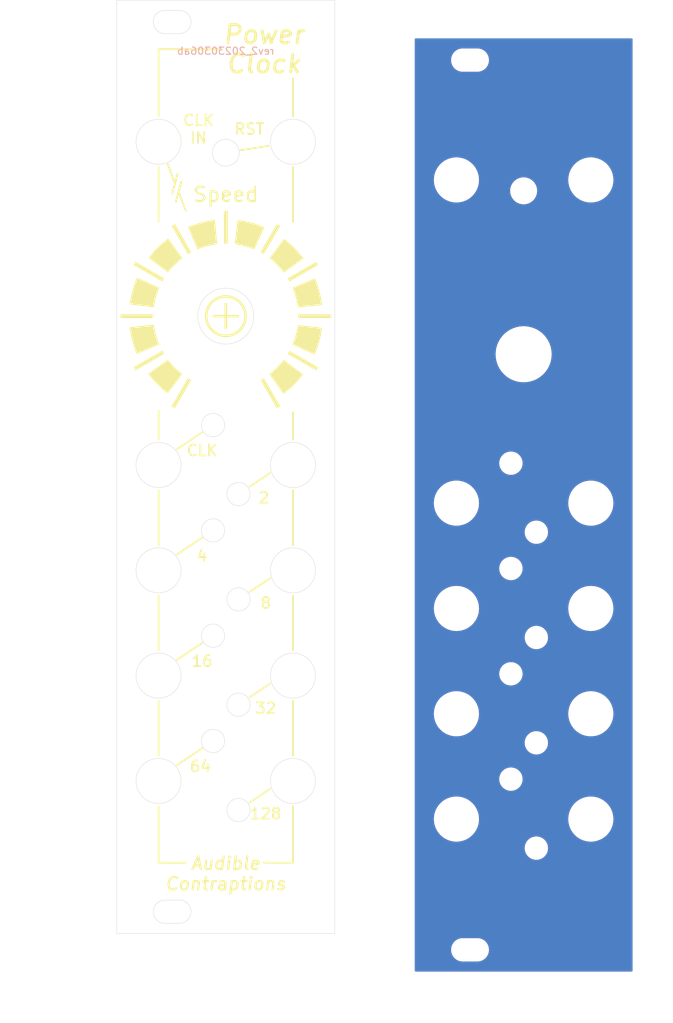
<source format=kicad_pcb>
(kicad_pcb (version 20221018) (generator pcbnew)
  (title_block (title "PowerClock") (date "2023-03-06") (rev "rev2 ab") (company "AudibleContraptions") (comment 1 "Source location: https://github.com/AudibleContraptions/PowerClock") (comment 2 "any later version.") (comment 3 "This source describes Open Hardware and is licensed under the CERN-OHL-S v2 or ") (comment 4 "Copyright Arne Bethmann 2023."))
  (layers (0 "F.Cu" signal) (31 "B.Cu" signal) (34 "B.Paste" user) (35 "F.Paste" user) (36 "B.SilkS" user "B.Silkscreen") (37 "F.SilkS" user "F.Silkscreen") (38 "B.Mask" user) (39 "F.Mask" user) (44 "Edge.Cuts" user))
  (net 0 "")
  (footprint "Library:scala_big" (layer "F.Cu") (at 74 68.25)
    (fp_text reference "G***" hide)
    (fp_text value "LOGO" hide)
    (fp_poly (pts (xy -9.948743 0.27911) (xy -14.49323 0.27911) (xy -14.49323 -0.261315) (xy -9.948743 -0.261315)) (fill solid) (layer "F.SilkS"))
    (fp_poly (pts (xy 0.196518 -0.163056) (xy 1.817795 -0.163056) (xy 1.817795 0.180851) (xy 0.196518 0.180851) (xy 0.196518 1.802128) (xy -0.171954 1.802128) (xy -0.171954 0.180851) (xy -1.79323 0.180851) (xy -1.79323 -0.163056) (xy -0.171954 -0.163056) (xy -0.171954 -1.808897) (xy 0.196518 -1.808897)) (fill solid) (layer "F.SilkS"))
    (fp_poly (pts (xy 14.517795 0.27911) (xy 13.762427 0.27316) (xy 13.594357 0.271932) (xy 13.384633 0.270555) (xy 13.14073 0.269072) (xy 12.870123 0.267522) (xy 12.580286 0.265947) (xy 12.278696 0.264388) (xy 11.972826 0.262886) (xy 11.670152 0.261482) (xy 11.490183 0.26069) (xy 9.973307 0.254171) (xy 9.973307 -0.261315) (xy 14.517795 -0.261315)) (fill solid) (layer "F.SilkS"))
    (fp_poly (pts (xy 0.270212 -9.96441) (xy -0.245648 -9.96441) (xy -0.245648 -11.606267) (xy -0.245906 -11.907749) (xy -0.246649 -12.211553) (xy -0.247832 -12.511316) (xy -0.249409 -12.800673) (xy -0.251335 -13.073261) (xy -0.253565 -13.322714) (xy -0.256052 -13.54267) (xy -0.258752 -13.726764) (xy -0.26162 -13.868632) (xy -0.261869 -13.87851) (xy -0.27809 -14.508897) (xy 0.270212 -14.508897)) (fill solid) (layer "F.SilkS"))
    (fp_poly (pts (xy 12.567889 -7.255356) (xy 12.627562 -7.147158) (xy 12.662566 -7.073343) (xy 12.67547 -7.027404) (xy 12.66884 -7.002836) (xy 12.667911 -7.001931) (xy 12.643731 -6.986774) (xy 12.580839 -6.94935) (xy 12.482887 -6.891769) (xy 12.353526 -6.816141) (xy 12.196409 -6.724577) (xy 12.015186 -6.619188) (xy 11.81351 -6.502083) (xy 11.595032 -6.375374) (xy 11.363404 -6.241171) (xy 11.122277 -6.101585) (xy 10.875304 -5.958726) (xy 10.626136 -5.814705) (xy 10.378424 -5.671631) (xy 10.135821 -5.531617) (xy 9.901977 -5.396771) (xy 9.680546 -5.269205) (xy 9.475177 -5.15103) (xy 9.289524 -5.044355) (xy 9.127238 -4.951291) (xy 8.99197 -4.87395) (xy 8.887372 -4.81444) (xy 8.817095 -4.774874) (xy 8.784793 -4.75736) (xy 8.783103 -4.756673) (xy 8.768497 -4.776621) (xy 8.735221 -4.830554) (xy 8.68863 -4.909601) (xy 8.647725 -4.980818) (xy 8.597075 -5.074788) (xy 8.559989 -5.153226) (xy 8.54072 -5.206475) (xy 8.540557 -5.224108) (xy 8.564355 -5.238934) (xy 8.62769 -5.276537) (xy 8.727536 -5.335157) (xy 8.860865 -5.413036) (xy 9.024651 -5.508415) (xy 9.215867 -5.619534) (xy 9.431485 -5.744636) (xy 9.668479 -5.881961) (xy 9.923823 -6.02975) (xy 10.194488 -6.186244) (xy 10.477448 -6.349684) (xy 10.499687 -6.362523) (xy 12.438542 -7.481794)) (fill solid) (layer "F.SilkS"))
    (fp_poly (pts (xy 5.252332 8.551829) (xy 5.28889 8.613587) (xy 5.345688 8.710509) (xy 5.42062 8.838951) (xy 5.511583 8.995274) (xy 5.616472 9.175836) (xy 5.733183 9.376996) (xy 5.85961 9.595113) (xy 5.993649 9.826547) (xy 6.133197 10.067656) (xy 6.276147 10.314798) (xy 6.420396 10.564334) (xy 6.563839 10.812622) (xy 6.704372 11.056022) (xy 6.839889 11.290891) (xy 6.968287 11.513589) (xy 7.08746 11.720475) (xy 7.195305 11.907908) (xy 7.289717 12.072247) (xy 7.36859 12.209851) (xy 7.429821 12.317079) (xy 7.471305 12.39029) (xy 7.490938 12.425842) (xy 7.492263 12.428689) (xy 7.472517 12.443094) (xy 7.420541 12.474859) (xy 7.347225 12.517797) (xy 7.26346 12.565726) (xy 7.180137 12.61246) (xy 7.108146 12.651815) (xy 7.058377 12.677607) (xy 7.042075 12.684333) (xy 7.022435 12.665012) (xy 6.988454 12.615757) (xy 6.966658 12.579932) (xy 6.945368 12.543213) (xy 6.901429 12.467222) (xy 6.836738 12.355246) (xy 6.753191 12.21057) (xy 6.652686 12.036482) (xy 6.53712 11.836267) (xy 6.40839 11.613212) (xy 6.268391 11.370603) (xy 6.119023 11.111728) (xy 5.962181 10.839871) (xy 5.836772 10.622478) (xy 4.76783 8.769424) (xy 4.993378 8.639552) (xy 5.087531 8.588011) (xy 5.166229 8.549928) (xy 5.219887 8.529637) (xy 5.238119 8.528873)) (fill solid) (layer "F.SilkS"))
    (fp_poly (pts (xy 12.382422 -4.967909) (xy 12.507201 -4.646811) (xy 12.631657 -4.28723) (xy 12.752678 -3.899733) (xy 12.867151 -3.494887) (xy 12.971962 -3.083259) (xy 13.063998 -2.675416) (xy 13.078782 -2.604128) (xy 13.103744 -2.477509) (xy 13.130422 -2.334411) (xy 13.157533 -2.182627) (xy 13.183795 -2.029954) (xy 13.207927 -1.884185) (xy 13.228646 -1.753115) (xy 13.24467 -1.644541) (xy 13.254717 -1.566255) (xy 13.257504 -1.526054) (xy 13.256687 -1.522537) (xy 13.232376 -1.519582) (xy 13.164019 -1.512342) (xy 13.056469 -1.501294) (xy 12.91458 -1.486918) (xy 12.743203 -1.469692) (xy 12.547192 -1.450095) (xy 12.331399 -1.428605) (xy 12.100677 -1.405702) (xy 11.859878 -1.381862) (xy 11.613856 -1.357566) (xy 11.367463 -1.333292) (xy 11.125551 -1.309518) (xy 10.892974 -1.286724) (xy 10.674584 -1.265387) (xy 10.475234 -1.245987) (xy 10.299776 -1.229001) (xy 10.153064 -1.21491) (xy 10.039949 -1.20419) (xy 9.965285 -1.197321) (xy 9.933925 -1.194782) (xy 9.933612 -1.194778) (xy 9.919886 -1.217467) (xy 9.903485 -1.278571) (xy 9.886864 -1.367643) (xy 9.877275 -1.434284) (xy 9.823495 -1.775176) (xy 9.74722 -2.145829) (xy 9.651709 -2.534167) (xy 9.540224 -2.928114) (xy 9.416025 -3.315593) (xy 9.282371 -3.684528) (xy 9.242293 -3.786364) (xy 9.193002 -3.909188) (xy 12.27939 -5.215992)) (fill solid) (layer "F.SilkS"))
    (fp_poly (pts (xy -5.185752 8.532839) (xy -5.129557 8.557747) (xy -5.053392 8.596332) (xy -4.96818 8.642537) (xy -4.884847 8.690309) (xy -4.814316 8.733594) (xy -4.767512 8.766337) (xy -4.754503 8.780677) (xy -4.76631 8.803093) (xy -4.800647 8.864452) (xy -4.855452 8.961169) (xy -4.928659 9.089656) (xy -5.018205 9.246328) (xy -5.122026 9.427598) (xy -5.238058 9.629879) (xy -5.364236 9.849586) (xy -5.498496 10.083132) (xy -5.638775 10.326931) (xy -5.783007 10.577396) (xy -5.92913 10.83094) (xy -6.075079 11.083979) (xy -6.218789 11.332924) (xy -6.358197 11.57419) (xy -6.491238 11.804191) (xy -6.615849 12.01934) (xy -6.729966 12.21605) (xy -6.831523 12.390736) (xy -6.890325 12.491633) (xy -7.01439 12.704253) (xy -7.241335 12.570397) (xy -7.341367 12.510562) (xy -7.405183 12.468872) (xy -7.43927 12.439181) (xy -7.450115 12.415341) (xy -7.444205 12.391205) (xy -7.439796 12.382342) (xy -7.420464 12.347637) (xy -7.379207 12.275128) (xy -7.31815 12.168489) (xy -7.239416 12.031396) (xy -7.145132 11.867524) (xy -7.037421 11.680546) (xy -6.918409 11.474138) (xy -6.79022 11.251974) (xy -6.654979 11.01773) (xy -6.514811 10.77508) (xy -6.37184 10.527699) (xy -6.228191 10.279262) (xy -6.085989 10.033443) (xy -5.947359 9.793918) (xy -5.814425 9.564361) (xy -5.689313 9.348447) (xy -5.574146 9.149851) (xy -5.47105 8.972248) (xy -5.382149 8.819311) (xy -5.309568 8.694718) (xy -5.255433 8.602141) (xy -5.221866 8.545255) (xy -5.211051 8.52766)) (fill solid) (layer "F.SilkS"))
    (fp_poly (pts (xy -8.627144 4.97406) (xy -8.574436 5.067731) (xy -8.532474 5.145261) (xy -8.506361 5.197036) (xy -8.500242 5.213102) (xy -8.52102 5.226806) (xy -8.580745 5.262911) (xy -8.675782 5.319311) (xy -8.802494 5.393902) (xy -8.957248 5.48458) (xy -9.136407 5.589238) (xy -9.336336 5.705773) (xy -9.553401 5.832079) (xy -9.783965 5.966051) (xy -10.024395 6.105586) (xy -10.271054 6.248577) (xy -10.520308 6.39292) (xy -10.76852 6.53651) (xy -11.012057 6.677243) (xy -11.247282 6.813013) (xy -11.470562 6.941715) (xy -11.678259 7.061245) (xy -11.86674 7.169499) (xy -12.032368 7.26437) (xy -12.171509 7.343754) (xy -12.280528 7.405546) (xy -12.355789 7.447642) (xy -12.393657 7.467937) (xy -12.397016 7.469411) (xy -12.41694 7.452202) (xy -12.454832 7.400607) (xy -12.504781 7.323176) (xy -12.547672 7.251446) (xy -12.599325 7.157877) (xy -12.637411 7.080022) (xy -12.657592 7.027357) (xy -12.658213 7.009942) (xy -12.634454 6.995382) (xy -12.571219 6.958094) (xy -12.471603 6.899875) (xy -12.338705 6.82252) (xy -12.175619 6.727824) (xy -11.985442 6.617581) (xy -11.77127 6.493587) (xy -11.5362 6.357637) (xy -11.283328 6.211526) (xy -11.01575 6.057049) (xy -10.783946 5.923325) (xy -10.504642 5.76224) (xy -10.23612 5.607347) (xy -9.981626 5.460521) (xy -9.744406 5.323636) (xy -9.527706 5.198565) (xy -9.334773 5.087183) (xy -9.168854 4.991363) (xy -9.033193 4.91298) (xy -8.931038 4.853908) (xy -8.865634 4.816021) (xy -8.842086 4.802302) (xy -8.754868 4.750833)) (fill solid) (layer "F.SilkS"))
    (fp_poly (pts (xy -1.509205 -13.249563) (xy -1.506052 -13.224775) (xy -1.498593 -13.155203) (xy -1.487237 -13.044966) (xy -1.472397 -12.898183) (xy -1.454483 -12.718972) (xy -1.433907 -12.511452) (xy -1.411079 -12.279741) (xy -1.386412 -12.027959) (xy -1.360316 -11.760224) (xy -1.352905 -11.683946) (xy -1.326144 -11.408789) (xy -1.300456 -11.145555) (xy -1.276286 -10.89875) (xy -1.25408 -10.672882) (xy -1.234282 -10.472457) (xy -1.217339 -10.301983) (xy -1.203696 -10.165966) (xy -1.193798 -10.068915) (xy -1.188091 -10.015335) (xy -1.18748 -10.010136) (xy -1.173507 -9.89619) (xy -1.329839 -9.878881) (xy -1.638741 -9.835324) (xy -1.97875 -9.770789) (xy -2.338128 -9.68835) (xy -2.705142 -9.591077) (xy -3.068054 -9.482044) (xy -3.415131 -9.364321) (xy -3.677246 -9.264442) (xy -3.769755 -9.227226) (xy -3.842376 -9.198173) (xy -3.885066 -9.181294) (xy -3.892153 -9.178653) (xy -3.901689 -9.200724) (xy -3.928793 -9.264386) (xy -3.971912 -9.365971) (xy -4.029493 -9.501813) (xy -4.099984 -9.668246) (xy -4.181832 -9.861604) (xy -4.273485 -10.07822) (xy -4.37339 -10.314427) (xy -4.479995 -10.56656) (xy -4.546864 -10.724755) (xy -5.200208 -12.270541) (xy -4.964466 -12.367589) (xy -4.48222 -12.551725) (xy -3.962588 -12.723296) (xy -3.416419 -12.879081) (xy -2.85456 -13.015857) (xy -2.597289 -13.070796) (xy -2.487401 -13.092306) (xy -2.356514 -13.11647) (xy -2.212603 -13.14198) (xy -2.063646 -13.167523) (xy -1.917619 -13.19179) (xy -1.782501 -13.21347) (xy -1.666267 -13.231253) (xy -1.576894 -13.243827) (xy -1.52236 -13.249882)) (fill solid) (layer "F.SilkS"))
    (fp_poly (pts (xy -6.977387 -12.665231) (xy -6.941542 -12.603687) (xy -6.885516 -12.506924) (xy -6.811396 -12.37858) (xy -6.721272 -12.222288) (xy -6.617231 -12.041685) (xy -6.501362 -11.840406) (xy -6.375753 -11.622087) (xy -6.242493 -11.390363) (xy -6.10367 -11.148871) (xy -5.961372 -10.901246) (xy -5.817688 -10.651123) (xy -5.674706 -10.402138) (xy -5.534515 -10.157926) (xy -5.399202 -9.922124) (xy -5.270856 -9.698367) (xy -5.151565 -9.49029) (xy -5.043419 -9.301529) (xy -4.948504 -9.13572) (xy -4.86891 -8.996498) (xy -4.806725 -8.8875) (xy -4.764038 -8.81236) (xy -4.742935 -8.774714) (xy -4.741006 -8.770969) (xy -4.760733 -8.755223) (xy -4.812604 -8.722236) (xy -4.885656 -8.678336) (xy -4.968926 -8.629851) (xy -5.051448 -8.583107) (xy -5.122261 -8.544432) (xy -5.170401 -8.520153) (xy -5.184398 -8.515087) (xy -5.20587 -8.534867) (xy -5.243733 -8.587293) (xy -5.290649 -8.661995) (xy -5.301752 -8.680899) (xy -5.329012 -8.728092) (xy -5.378679 -8.81429) (xy -5.448686 -8.935897) (xy -5.536966 -9.08932) (xy -5.64145 -9.270964) (xy -5.760072 -9.477233) (xy -5.890764 -9.704533) (xy -6.031458 -9.94927) (xy -6.180088 -10.207848) (xy -6.334586 -10.476673) (xy -6.38606 -10.566248) (xy -6.540498 -10.834944) (xy -6.688643 -11.092583) (xy -6.82856 -11.335804) (xy -6.958312 -11.561248) (xy -7.075963 -11.765555) (xy -7.179579 -11.945364) (xy -7.267224 -12.097316) (xy -7.336961 -12.218051) (xy -7.386854 -12.304209) (xy -7.414969 -12.352429) (xy -7.419604 -12.360212) (xy -7.465022 -12.434641) (xy -7.23186 -12.565831) (xy -7.13699 -12.618057) (xy -7.059226 -12.658685) (xy -7.007569 -12.683154) (xy -6.990962 -12.687921)) (fill solid) (layer "F.SilkS"))
    (fp_poly (pts (xy 8.842667 4.801196) (xy 8.907758 4.837673) (xy 9.007936 4.894419) (xy 9.139501 4.969305) (xy 9.298754 5.060206) (xy 9.481995 5.164994) (xy 9.685525 5.281542) (xy 9.905643 5.407722) (xy 10.138651 5.541408) (xy 10.380849 5.680473) (xy 10.628537 5.822789) (xy 10.878015 5.96623) (xy 11.125585 6.108667) (xy 11.367546 6.247975) (xy 11.600199 6.382026) (xy 11.819844 6.508692) (xy 12.022783 6.625847) (xy 12.205314 6.731364) (xy 12.363739 6.823116) (xy 12.494358 6.898974) (xy 12.593471 6.956813) (xy 12.65738 6.994505) (xy 12.682383 7.009923) (xy 12.682415 7.00995) (xy 12.677831 7.035207) (xy 12.653773 7.091657) (xy 12.616119 7.168412) (xy 12.57075 7.254582) (xy 12.523544 7.339279) (xy 12.480381 7.411614) (xy 12.447141 7.460698) (xy 12.430762 7.476012) (xy 12.408016 7.463918) (xy 12.345765 7.428969) (xy 12.247036 7.372901) (xy 12.114858 7.297452) (xy 11.952256 7.204358) (xy 11.762258 7.095356) (xy 11.547891 6.972182) (xy 11.312183 6.836573) (xy 11.05816 6.690267) (xy 10.788851 6.534999) (xy 10.507281 6.372506) (xy 10.50145 6.36914) (xy 10.219046 6.206084) (xy 9.948444 6.04984) (xy 9.692717 5.902181) (xy 9.454938 5.764882) (xy 9.23818 5.639718) (xy 9.045516 5.528463) (xy 8.88002 5.432892) (xy 8.744763 5.354779) (xy 8.64282 5.295899) (xy 8.577263 5.258026) (xy 8.551165 5.242935) (xy 8.551139 5.242921) (xy 8.545604 5.213801) (xy 8.563334 5.155771) (xy 8.598232 5.07931) (xy 8.6442 4.994897) (xy 8.695142 4.913011) (xy 8.744959 4.844131) (xy 8.787554 4.798737) (xy 8.816362 4.787115)) (fill solid) (layer "F.SilkS"))
    (fp_poly (pts (xy -12.37091 -7.461128) (xy -12.301872 -7.422874) (xy -12.198447 -7.364498) (xy -12.064266 -7.288107) (xy -11.902962 -7.195806) (xy -11.718164 -7.089702) (xy -11.513505 -6.971901) (xy -11.292615 -6.844509) (xy -11.059126 -6.709632) (xy -10.81667 -6.569376) (xy -10.568876 -6.425848) (xy -10.319378 -6.281153) (xy -10.071805 -6.137398) (xy -9.82979 -5.99669) (xy -9.596963 -5.861133) (xy -9.376956 -5.732835) (xy -9.1734 -5.613902) (xy -8.989927 -5.506439) (xy -8.830167 -5.412553) (xy -8.697752 -5.334351) (xy -8.596313 -5.273937) (xy -8.529481 -5.233419) (xy -8.500888 -5.214903) (xy -8.500077 -5.214037) (xy -8.510841 -5.187652) (xy -8.539589 -5.130893) (xy -8.580314 -5.054588) (xy -8.627009 -4.969568) (xy -8.673668 -4.886661) (xy -8.714285 -4.816696) (xy -8.742851 -4.770503) (xy -8.753055 -4.757954) (xy -8.774476 -4.770129) (xy -8.83544 -4.805112) (xy -8.932933 -4.861167) (xy -9.063939 -4.936556) (xy -9.225442 -5.029543) (xy -9.414428 -5.138392) (xy -9.627881 -5.261365) (xy -9.862785 -5.396726) (xy -10.116126 -5.542739) (xy -10.384888 -5.697665) (xy -10.666056 -5.85977) (xy -10.668321 -5.861076) (xy -10.950801 -6.024009) (xy -11.221732 -6.180394) (xy -11.478006 -6.32843) (xy -11.716513 -6.466317) (xy -11.934143 -6.592252) (xy -12.127788 -6.704435) (xy -12.294339 -6.801064) (xy -12.430685 -6.880339) (xy -12.533718 -6.940457) (xy -12.600328 -6.979618) (xy -12.627259 -6.995917) (xy -12.64734 -7.012615) (xy -12.654777 -7.033385) (xy -12.646877 -7.066883) (xy -12.620948 -7.121765) (xy -12.5743 -7.206689) (xy -12.546366 -7.25607) (xy -12.492351 -7.348343) (xy -12.446393 -7.421393) (xy -12.414087 -7.466657) (xy -12.401931 -7.477153)) (fill solid) (layer "F.SilkS"))
    (fp_poly (pts (xy 7.055005 -12.67388) (xy 7.113015 -12.65081) (xy 7.189917 -12.612606) (xy 7.275002 -12.565444) (xy 7.357561 -12.515501) (xy 7.426883 -12.468951) (xy 7.472259 -12.431972) (xy 7.483781 -12.412002) (xy 7.466613 -12.379017) (xy 7.427218 -12.308204) (xy 7.367716 -12.2032) (xy 7.290227 -12.067644) (xy 7.196869 -11.905174) (xy 7.089764 -11.719427) (xy 6.97103 -11.514041) (xy 6.842787 -11.292655) (xy 6.707156 -11.058906) (xy 6.566255 -10.816433) (xy 6.422205 -10.568872) (xy 6.277125 -10.319863) (xy 6.133135 -10.073043) (xy 5.992354 -9.832051) (xy 5.856903 -9.600523) (xy 5.7289 -9.382098) (xy 5.610467 -9.180414) (xy 5.503721 -8.99911) (xy 5.410784 -8.841822) (xy 5.333775 -8.712189) (xy 5.274813 -8.613849) (xy 5.236018 -8.55044) (xy 5.21951 -8.525599) (xy 5.219192 -8.52538) (xy 5.189159 -8.534742) (xy 5.127271 -8.564408) (xy 5.043715 -8.609263) (xy 4.981922 -8.644541) (xy 4.885229 -8.702055) (xy 4.824863 -8.742044) (xy 4.794172 -8.770783) (xy 4.786501 -8.794544) (xy 4.795197 -8.819599) (xy 4.795545 -8.820255) (xy 4.816624 -8.858047) (xy 4.859494 -8.933371) (xy 4.922028 -9.042549) (xy 5.0021 -9.181908) (xy 5.097582 -9.347771) (xy 5.206347 -9.536462) (xy 5.326268 -9.744306) (xy 5.455217 -9.967627) (xy 5.591069 -10.202749) (xy 5.731695 -10.445997) (xy 5.874969 -10.693694) (xy 6.018764 -10.942166) (xy 6.160952 -11.187736) (xy 6.299406 -11.426729) (xy 6.432 -11.655469) (xy 6.556606 -11.870281) (xy 6.671098 -12.067488) (xy 6.773347 -12.243414) (xy 6.861228 -12.394385) (xy 6.932612 -12.516725) (xy 6.985373 -12.606757) (xy 7.017385 -12.660806) (xy 7.026598 -12.675641)) (fill solid) (layer "F.SilkS"))
    (fp_poly (pts (xy -9.892248 1.207285) (xy -9.878926 1.244036) (xy -9.866352 1.312999) (xy -9.852512 1.413504) (xy -9.792833 1.786965) (xy -9.709162 2.188245) (xy -9.604967 2.604426) (xy -9.483719 3.022589) (xy -9.348886 3.429815) (xy -9.216293 3.782531) (xy -9.165912 3.908292) (xy -9.231844 3.938393) (xy -9.262578 3.951707) (xy -9.333873 3.982205) (xy -9.441055 4.027903) (xy -9.579449 4.086818) (xy -9.744382 4.156965) (xy -9.931177 4.236361) (xy -10.135162 4.323021) (xy -10.35166 4.414963) (xy -10.575998 4.510202) (xy -10.8035 4.606754) (xy -11.029493 4.702636) (xy -11.249302 4.795864) (xy -11.458251 4.884454) (xy -11.651668 4.966422) (xy -11.824876 5.039784) (xy -11.973201 5.102556) (xy -12.091969 5.152756) (xy -12.176506 5.188398) (xy -12.222136 5.207499) (xy -12.227128 5.209543) (xy -12.255062 5.215036) (xy -12.257834 5.212094) (xy -12.266583 5.186764) (xy -12.290264 5.125794) (xy -12.325032 5.038941) (xy -12.358123 4.957677) (xy -12.487264 4.622083) (xy -12.615415 4.249864) (xy -12.738812 3.853448) (xy -12.853689 3.445261) (xy -12.956282 3.037729) (xy -13.005576 2.820807) (xy -13.040117 2.656434) (xy -13.075114 2.479306) (xy -13.109148 2.297698) (xy -13.140802 2.119885) (xy -13.168656 1.954141) (xy -13.191293 1.808743) (xy -13.207293 1.691966) (xy -13.215237 1.612085) (xy -13.215852 1.594178) (xy -13.215844 1.519632) (xy -11.600717 1.363517) (xy -11.322879 1.336566) (xy -11.058617 1.310747) (xy -10.81213 1.286483) (xy -10.587622 1.264194) (xy -10.389292 1.244305) (xy -10.221343 1.227237) (xy -10.087976 1.213413) (xy -9.993393 1.203254) (xy -9.941794 1.197184) (xy -9.934044 1.195977) (xy -9.909545 1.194135)) (fill solid) (layer "F.SilkS"))
    (fp_poly (pts (xy -7.915025 -10.682039) (xy -7.873165 -10.626736) (xy -7.808437 -10.539414) (xy -7.723703 -10.424037) (xy -7.621824 -10.284572) (xy -7.505663 -10.124986) (xy -7.378081 -9.949244) (xy -7.24194 -9.761313) (xy -7.100101 -9.565159) (xy -6.955428 -9.364749) (xy -6.81078 -9.164048) (xy -6.669021 -8.967023) (xy -6.533012 -8.77764) (xy -6.405614 -8.599866) (xy -6.28969 -8.437667) (xy -6.188101 -8.295008) (xy -6.103709 -8.175857) (xy -6.039376 -8.084179) (xy -5.997964 -8.023942) (xy -5.985254 -8.004449) (xy -5.985111 -7.965923) (xy -6.022101 -7.930028) (xy -6.206867 -7.791441) (xy -6.41365 -7.620139) (xy -6.635414 -7.423025) (xy -6.865122 -7.207002) (xy -7.095736 -6.978973) (xy -7.320218 -6.74584) (xy -7.531532 -6.514505) (xy -7.72264 -6.291872) (xy -7.836098 -6.150725) (xy -7.891676 -6.081958) (xy -7.936184 -6.031702) (xy -7.960889 -6.009746) (xy -7.962087 -6.009478) (xy -7.985185 -6.02373) (xy -8.042019 -6.06388) (xy -8.127271 -6.12602) (xy -8.235624 -6.206242) (xy -8.361757 -6.300636) (xy -8.490554 -6.397864) (xy -8.630376 -6.503772) (xy -8.801119 -6.632994) (xy -8.994485 -6.779258) (xy -9.202174 -6.936288) (xy -9.415888 -7.09781) (xy -9.627329 -7.257549) (xy -9.819242 -7.40247) (xy -10.635485 -8.018689) (xy -10.48676 -8.211617) (xy -10.245882 -8.510354) (xy -9.972571 -8.825163) (xy -9.676119 -9.146183) (xy -9.365821 -9.463553) (xy -9.050971 -9.767413) (xy -8.830594 -9.968802) (xy -8.717269 -10.068366) (xy -8.593693 -10.174489) (xy -8.465711 -10.282411) (xy -8.339168 -10.387371) (xy -8.219909 -10.484608) (xy -8.113778 -10.569363) (xy -8.026621 -10.636875) (xy -7.964282 -10.682384) (xy -7.932606 -10.701129) (xy -7.931156 -10.701354)) (fill solid) (layer "F.SilkS"))
    (fp_poly (pts (xy 8.065456 6.058294) (xy 8.228299 6.18045) (xy 8.408241 6.315688) (xy 8.601523 6.461163) (xy 8.804388 6.614032) (xy 9.013076 6.771451) (xy 9.22383 6.930575) (xy 9.43289 7.088561) (xy 9.636499 7.242565) (xy 9.830897 7.389741) (xy 10.012327 7.527247) (xy 10.177029 7.652238) (xy 10.321246 7.76187) (xy 10.441219 7.853299) (xy 10.533189 7.92368) (xy 10.593399 7.97017) (xy 10.618038 7.989877) (xy 10.632974 8.007826) (xy 10.636415 8.029261) (xy 10.624651 8.060787) (xy 10.593972 8.109011) (xy 10.540666 8.180537) (xy 10.461023 8.28197) (xy 10.436872 8.312386) (xy 10.040463 8.784436) (xy 9.604123 9.254841) (xy 9.136551 9.714954) (xy 8.646445 10.156129) (xy 8.258875 10.47773) (xy 8.155734 10.559865) (xy 8.067089 10.629834) (xy 7.999541 10.682476) (xy 7.959692 10.71263) (xy 7.951815 10.717778) (xy 7.937054 10.698089) (xy 7.896126 10.641696) (xy 7.831395 10.551894) (xy 7.745222 10.431977) (xy 7.639969 10.285239) (xy 7.517999 10.114976) (xy 7.381674 9.92448) (xy 7.233356 9.717048) (xy 7.075408 9.495972) (xy 7.000967 9.391722) (xy 6.838485 9.164107) (xy 6.683907 8.947504) (xy 6.539684 8.745353) (xy 6.408268 8.561092) (xy 6.292111 8.398163) (xy 6.193665 8.260003) (xy 6.115381 8.150053) (xy 6.059711 8.071751) (xy 6.029108 8.028538) (xy 6.024306 8.021661) (xy 6.014805 7.999926) (xy 6.020655 7.975786) (xy 6.047315 7.943219) (xy 6.100248 7.896202) (xy 6.184912 7.828712) (xy 6.233107 7.791378) (xy 6.522636 7.554312) (xy 6.824038 7.281999) (xy 7.128145 6.98359) (xy 7.42579 6.668235) (xy 7.707805 6.345083) (xy 7.823579 6.204024) (xy 7.987682 6.000022)) (fill solid) (layer "F.SilkS"))
    (fp_poly (pts (xy -12.183278 -5.287215) (xy -12.1175 -5.25892) (xy -12.016028 -5.214252) (xy -11.883353 -5.155247) (xy -11.723963 -5.083941) (xy -11.542348 -5.002371) (xy -11.342999 -4.912573) (xy -11.130404 -4.816584) (xy -10.909052 -4.716441) (xy -10.683435 -4.61418) (xy -10.45804 -4.511837) (xy -10.237358 -4.41145) (xy -10.025879 -4.315054) (xy -9.828091 -4.224687) (xy -9.648485 -4.142384) (xy -9.491549 -4.070183) (xy -9.361775 -4.010119) (xy -9.26365 -3.96423) (xy -9.201665 -3.934552) (xy -9.180464 -3.923362) (xy -9.181975 -3.895187) (xy -9.199484 -3.83057) (xy -9.230181 -3.738456) (xy -9.271254 -3.627788) (xy -9.282023 -3.60027) (xy -9.478329 -3.049939) (xy -9.644162 -2.472448) (xy -9.77566 -1.881934) (xy -9.820128 -1.630952) (xy -9.887331 -1.219641) (xy -9.98559 -1.222386) (xy -10.026788 -1.225877) (xy -10.112297 -1.235015) (xy -10.23769 -1.24927) (xy -10.39854 -1.268113) (xy -10.590417 -1.291015) (xy -10.808895 -1.317446) (xy -11.049545 -1.346877) (xy -11.30794 -1.378778) (xy -11.579651 -1.41262) (xy -11.64353 -1.420619) (xy -11.914583 -1.454689) (xy -12.170914 -1.487099) (xy -12.408418 -1.517315) (xy -12.622989 -1.544808) (xy -12.810521 -1.569045) (xy -12.966908 -1.589495) (xy -13.088046 -1.605627) (xy -13.169827 -1.616909) (xy -13.208148 -1.62281) (xy -13.210543 -1.623438) (xy -13.2098 -1.649005) (xy -13.202808 -1.714387) (xy -13.190638 -1.810816) (xy -13.174358 -1.929525) (xy -13.166555 -1.983906) (xy -13.082032 -2.479466) (xy -12.969541 -3.000932) (xy -12.832062 -3.536053) (xy -12.672579 -4.072582) (xy -12.614509 -4.251229) (xy -12.555178 -4.426063) (xy -12.493756 -4.600437) (xy -12.432635 -4.768189) (xy -12.374205 -4.923158) (xy -12.320855 -5.059179) (xy -12.274975 -5.170093) (xy -12.238956 -5.249735) (xy -12.215188 -5.291944) (xy -12.208873 -5.297099)) (fill solid) (layer "F.SilkS"))
    (fp_poly (pts (xy -7.949447 6.023746) (xy -7.900782 6.071576) (xy -7.835606 6.144509) (xy -7.760482 6.235505) (xy -7.746055 6.253708) (xy -7.509049 6.539181) (xy -7.242661 6.832973) (xy -6.958149 7.12383) (xy -6.666773 7.400499) (xy -6.379792 7.651726) (xy -6.210046 7.788966) (xy -6.124266 7.85867) (xy -6.055843 7.919618) (xy -6.012538 7.964541) (xy -6.001245 7.984537) (xy -6.016459 8.008777) (xy -6.0583 8.067919) (xy -6.12382 8.158053) (xy -6.210073 8.275269) (xy -6.314113 8.415659) (xy -6.432994 8.575314) (xy -6.563769 8.750324) (xy -6.703491 8.936779) (xy -6.849216 9.130771) (xy -6.997995 9.32839) (xy -7.146883 9.525727) (xy -7.292934 9.718872) (xy -7.433201 9.903916) (xy -7.564737 10.076951) (xy -7.684597 10.234066) (xy -7.789834 10.371353) (xy -7.877502 10.484901) (xy -7.944655 10.570803) (xy -7.988345 10.625147) (xy -8.005627 10.644027) (xy -8.005637 10.644026) (xy -8.030791 10.629321) (xy -8.083948 10.591703) (xy -8.154551 10.538701) (xy -8.169284 10.527343) (xy -8.683271 10.104941) (xy -9.191739 9.638584) (xy -9.689501 9.133447) (xy -10.171368 8.594705) (xy -10.472691 8.230088) (xy -10.549812 8.132597) (xy -10.614373 8.048703) (xy -10.660805 7.985816) (xy -10.683541 7.951347) (xy -10.684908 7.947593) (xy -10.665379 7.930762) (xy -10.609741 7.888388) (xy -10.521977 7.823321) (xy -10.406072 7.738413) (xy -10.266007 7.636515) (xy -10.105768 7.520478) (xy -9.929338 7.393153) (xy -9.740701 7.257391) (xy -9.543839 7.116044) (xy -9.342738 6.971963) (xy -9.141379 6.827999) (xy -8.943748 6.687003) (xy -8.753827 6.551826) (xy -8.575601 6.42532) (xy -8.413053 6.310336) (xy -8.270166 6.209725) (xy -8.150924 6.126338) (xy -8.059311 6.063027) (xy -7.999311 6.022642) (xy -7.975038 6.00806)) (fill solid) (layer "F.SilkS"))
    (fp_poly (pts (xy 8.044318 -10.638509) (xy 8.096355 -10.602132) (xy 8.172336 -10.54524) (xy 8.265326 -10.473259) (xy 8.368392 -10.391615) (xy 8.4746 -10.305734) (xy 8.577014 -10.221044) (xy 8.659091 -10.151295) (xy 9.21258 -9.645067) (xy 9.752628 -9.095093) (xy 10.274908 -8.505903) (xy 10.546481 -8.174966) (xy 10.613586 -8.089227) (xy 10.667383 -8.017193) (xy 10.701468 -7.967646) (xy 10.710251 -7.950323) (xy 10.690952 -7.934152) (xy 10.635698 -7.892211) (xy 10.548455 -7.827371) (xy 10.43319 -7.7425) (xy 10.293867 -7.640465) (xy 10.134453 -7.524136) (xy 9.958913 -7.396381) (xy 9.771214 -7.260069) (xy 9.575321 -7.118068) (xy 9.375201 -6.973246) (xy 9.174818 -6.828472) (xy 8.978138 -6.686614) (xy 8.789129 -6.550542) (xy 8.611754 -6.423123) (xy 8.449981 -6.307226) (xy 8.307775 -6.205719) (xy 8.189102 -6.121471) (xy 8.097928 -6.057351) (xy 8.038218 -6.016226) (xy 8.01862 -6.003464) (xy 7.989645 -6.014546) (xy 7.934688 -6.06676) (xy 7.854087 -6.159754) (xy 7.772833 -6.261395) (xy 7.677341 -6.376793) (xy 7.551875 -6.517921) (xy 7.403249 -6.677949) (xy 7.238282 -6.850045) (xy 7.063788 -7.02738) (xy 6.886584 -7.203124) (xy 6.713486 -7.370445) (xy 6.55131 -7.522514) (xy 6.406873 -7.6525) (xy 6.286989 -7.753573) (xy 6.271492 -7.765861) (xy 6.178527 -7.841237) (xy 6.102555 -7.9075) (xy 6.050587 -7.958182) (xy 6.029631 -7.986816) (xy 6.029653 -7.989016) (xy 6.044861 -8.010849) (xy 6.086675 -8.068011) (xy 6.152152 -8.156578) (xy 6.238353 -8.272627) (xy 6.342337 -8.412233) (xy 6.461162 -8.571474) (xy 6.59189 -8.746425) (xy 6.731577 -8.933163) (xy 6.877285 -9.127763) (xy 7.026072 -9.326303) (xy 7.174998 -9.524858) (xy 7.321122 -9.719504) (xy 7.461503 -9.906318) (xy 7.593201 -10.081377) (xy 7.713274 -10.240756) (xy 7.818783 -10.380531) (xy 7.906787 -10.49678) (xy 7.974344 -10.585577) (xy 8.018514 -10.643) (xy 8.023159 -10.648943)) (fill solid) (layer "F.SilkS"))
    (fp_poly (pts (xy 1.729832 -13.224004) (xy 1.827521 -13.2123) (xy 1.948092 -13.19608) (xy 2.020884 -13.185617) (xy 2.482742 -13.106457) (xy 2.97177 -13.001488) (xy 3.475405 -12.873797) (xy 3.981085 -12.726475) (xy 4.279025 -12.630353) (xy 4.464794 -12.566878) (xy 4.645818 -12.502691) (xy 4.816148 -12.440116) (xy 4.969833 -12.381473) (xy 5.100923 -12.329084) (xy 5.203468 -12.285271) (xy 5.271517 -12.252355) (xy 5.299119 -12.232659) (xy 5.299265 -12.232281) (xy 5.290961 -12.205812) (xy 5.264094 -12.139301) (xy 5.220691 -12.037218) (xy 5.162781 -11.904028) (xy 5.092389 -11.744199) (xy 5.011545 -11.562199) (xy 4.922275 -11.362494) (xy 4.826607 -11.149552) (xy 4.726569 -10.92784) (xy 4.624188 -10.701826) (xy 4.521491 -10.475977) (xy 4.420506 -10.254759) (xy 4.323261 -10.042641) (xy 4.231783 -9.84409) (xy 4.148099 -9.663572) (xy 4.074238 -9.505556) (xy 4.012226 -9.374508) (xy 3.964091 -9.274895) (xy 3.931861 -9.211186) (xy 3.917563 -9.187847) (xy 3.917517 -9.187832) (xy 3.883829 -9.19385) (xy 3.820895 -9.216087) (xy 3.758414 -9.242607) (xy 3.560832 -9.324515) (xy 3.323971 -9.409906) (xy 3.057294 -9.496109) (xy 2.770264 -9.580448) (xy 2.472343 -9.660253) (xy 2.172995 -9.732848) (xy 1.881682 -9.795562) (xy 1.645979 -9.839352) (xy 1.51284 -9.862716) (xy 1.397184 -9.884404) (xy 1.307501 -9.902713) (xy 1.252281 -9.915941) (xy 1.238877 -9.92102) (xy 1.239658 -9.946762) (xy 1.245967 -10.016388) (xy 1.257219 -10.125035) (xy 1.272828 -10.267841) (xy 1.292208 -10.439941) (xy 1.314774 -10.636473) (xy 1.339941 -10.852573) (xy 1.367122 -11.083378) (xy 1.395732 -11.324025) (xy 1.425185 -11.56965) (xy 1.454896 -11.815391) (xy 1.484279 -12.056383) (xy 1.512749 -12.287765) (xy 1.539719 -12.504672) (xy 1.564604 -12.702241) (xy 1.586819 -12.87561) (xy 1.605777 -13.019914) (xy 1.620894 -13.130291) (xy 1.631584 -13.201878) (xy 1.63726 -13.229811) (xy 1.637336 -13.229911) (xy 1.663585 -13.230204)) (fill solid) (layer "F.SilkS"))
    (fp_poly (pts (xy 9.950487 1.226091) (xy 10.021127 1.232526) (xy 10.130771 1.243855) (xy 10.274541 1.259496) (xy 10.447562 1.278868) (xy 10.644959 1.301387) (xy 10.861856 1.326471) (xy 11.093376 1.353539) (xy 11.334644 1.382006) (xy 11.580785 1.411292) (xy 11.826921 1.440812) (xy 12.068179 1.469986) (xy 12.29968 1.498231) (xy 12.516551 1.524963) (xy 12.713915 1.549601) (xy 12.886896 1.571563) (xy 13.030619 1.590265) (xy 13.140208 1.605126) (xy 13.210786 1.615563) (xy 13.237451 1.620971) (xy 13.238964 1.648363) (xy 13.232786 1.716193) (xy 13.220118 1.816581) (xy 13.20216 1.941646) (xy 13.180112 2.083507) (xy 13.155173 2.234285) (xy 13.128545 2.386099) (xy 13.101427 2.531068) (xy 13.090144 2.588201) (xy 12.943512 3.230148) (xy 12.759151 3.888517) (xy 12.548692 4.52814) (xy 12.512474 4.628733) (xy 12.469246 4.745777) (xy 12.422362 4.870548) (xy 12.375176 4.994322) (xy 12.331042 5.108376) (xy 12.293313 5.203986) (xy 12.265344 5.272429) (xy 12.250489 5.304979) (xy 12.249517 5.306309) (xy 12.227073 5.297064) (xy 12.163535 5.269149) (xy 12.062545 5.224199) (xy 11.927744 5.163853) (xy 11.762775 5.089748) (xy 11.571278 5.00352) (xy 11.356897 4.906807) (xy 11.123271 4.801247) (xy 10.874044 4.688475) (xy 10.722534 4.619845) (xy 10.465667 4.503417) (xy 10.222163 4.39299) (xy 9.995681 4.290228) (xy 9.78988 4.196794) (xy 9.608418 4.11435) (xy 9.454955 4.04456) (xy 9.333148 3.989085) (xy 9.246658 3.949588) (xy 9.199143 3.927733) (xy 9.190885 3.923796) (xy 9.196057 3.900181) (xy 9.216764 3.840854) (xy 9.249501 3.755397) (xy 9.281436 3.676033) (xy 9.381339 3.416054) (xy 9.481616 3.124993) (xy 9.576577 2.820521) (xy 9.660533 2.52031) (xy 9.687075 2.416248) (xy 9.724503 2.258939) (xy 9.76219 2.08939) (xy 9.798452 1.916351) (xy 9.831607 1.748578) (xy 9.859972 1.59482) (xy 9.881865 1.463833) (xy 9.895603 1.364367) (xy 9.899613 1.310646) (xy 9.907206 1.254636) (xy 9.923725 1.225135)) (fill solid) (layer "F.SilkS"))
    (fp_poly (pts (xy 0.40935 -2.861294) (xy 0.762411 -2.791254) (xy 1.105496 -2.677502) (xy 1.433617 -2.51984) (xy 1.471156 -2.498307) (xy 1.781454 -2.289258) (xy 2.058763 -2.044977) (xy 2.301063 -1.768373) (xy 2.506333 -1.462354) (xy 2.672553 -1.129828) (xy 2.797703 -0.773704) (xy 2.86306 -0.494681) (xy 2.888268 -0.296106) (xy 2.89777 -0.067823) (xy 2.89222 0.173549) (xy 2.872276 0.411394) (xy 2.838591 0.629093) (xy 2.81462 0.733559) (xy 2.762419 0.898421) (xy 2.689487 1.08369) (xy 2.602637 1.275038) (xy 2.508686 1.458135) (xy 2.414447 1.618654) (xy 2.347269 1.716151) (xy 2.094147 2.011603) (xy 1.813391 2.266815) (xy 1.506321 2.480938) (xy 1.174258 2.653118) (xy 0.818524 2.782505) (xy 0.609965 2.835843) (xy 0.482682 2.857894) (xy 0.326697 2.876151) (xy 0.157784 2.889591) (xy -0.008283 2.897192) (xy -0.155729 2.897934) (xy -0.257931 2.892059) (xy -0.62169 2.829241) (xy -0.973818 2.722158) (xy -1.309318 2.573733) (xy -1.623198 2.386891) (xy -1.910463 2.164555) (xy -2.166118 1.909651) (xy -2.360949 1.660763) (xy -2.484894 1.460174) (xy -2.602319 1.23082) (xy -2.70402 0.992611) (xy -2.780794 0.765455) (xy -2.789593 0.733559) (xy -2.835167 0.510406) (xy -2.863228 0.258782) (xy -2.871055 0.054004) (xy -2.527644 0.054004) (xy -2.497493 0.393666) (xy -2.422348 0.725548) (xy -2.303447 1.044935) (xy -2.142031 1.34711) (xy -1.939339 1.627354) (xy -1.819481 1.761349) (xy -1.555365 2.002121) (xy -1.266395 2.200694) (xy -0.953907 2.356318) (xy -0.619236 2.468242) (xy -0.515861 2.492935) (xy -0.357584 2.517293) (xy -0.16791 2.530599) (xy 0.038127 2.533159) (xy 0.245493 2.525279) (xy 0.439155 2.507263) (xy 0.604081 2.479418) (xy 0.645134 2.469347) (xy 0.978407 2.355558) (xy 1.286764 2.201897) (xy 1.567654 2.011862) (xy 1.818528 1.78895) (xy 2.036834 1.536657) (xy 2.220021 1.258482) (xy 2.36554 0.957921) (xy 2.470839 0.638471) (xy 2.533368 0.30363) (xy 2.550576 -0.043105) (xy 2.547111 -0.138491) (xy 2.504263 -0.484404) (xy 2.415902 -0.81669) (xy 2.284637 -1.131394) (xy 2.11308 -1.424559) (xy 1.903838 -1.692228) (xy 1.659521 -1.930447) (xy 1.38274 -2.135257) (xy 1.13956 -2.27246) (xy 0.886462 -2.384157) (xy 0.643003 -2.461779) (xy 0.393243 -2.508979) (xy 0.121247 -2.529411) (xy 0.012282 -2.530918) (xy -0.124405 -2.528439) (xy -0.258516 -2.521692) (xy -0.374377 -2.51172) (xy -0.454449 -2.499957) (xy -0.801899 -2.403376) (xy -1.125967 -2.265905) (xy -1.42379 -2.09023) (xy -1.692507 -1.879035) (xy -1.929256 -1.635005) (xy -2.131175 -1.360825) (xy -2.295402 -1.059179) (xy -2.419076 -0.732753) (xy -2.448 -0.629787) (xy -2.511559 -0.288719) (xy -2.527644 0.054004) (xy -2.871055 0.054004) (xy -2.873275 -0.004071) (xy -2.864808 -0.260913) (xy -2.837325 -0.494503) (xy -2.826869 -0.549955) (xy -2.725793 -0.924915) (xy -2.582944 -1.274426) (xy -2.399019 -1.597415) (xy -2.174718 -1.892809) (xy -1.910737 -2.159537) (xy -1.639107 -2.374689) (xy -1.330965 -2.562757) (xy -1.002864 -2.708301) (xy -0.659793 -2.811126) (xy -0.306741 -2.871032) (xy 0.051303 -2.887821)) (fill solid) (layer "F.SilkS"))
  )
  (gr_line (start 66.625 51.375) (end 67.375 48.625) (stroke (width 0.25)) (layer "F.SilkS"))
  (gr_line (start 67.225 86.6) (end 70.75 84.25) (stroke (width 0.25)) (layer "F.SilkS"))
  (gr_line (start 64.75 128.75) (end 64.75 121.25) (stroke (width 0.25)) (layer "F.SilkS"))
  (gr_line (start 83.25 128.75) (end 83.25 121.25) (stroke (width 0.25)) (layer "F.SilkS"))
  (gr_line (start 83.25 143.5) (end 83.25 135.75) (stroke (width 0.25)) (layer "F.SilkS"))
  (gr_line (start 77.25 106.25) (end 80.1 104.35) (stroke (width 0.25)) (layer "F.SilkS"))
  (gr_line (start 64.75 31.5) (end 73.25 31.5) (stroke (width 0.25)) (layer "F.SilkS"))
  (gr_line (start 64.75 40.75) (end 64.75 31.5) (stroke (width 0.25)) (layer "F.SilkS"))
  (gr_line (start 83.25 55.25) (end 83.25 47.75) (stroke (width 0.25)) (layer "F.SilkS"))
  (gr_line (start 83.25 85.25) (end 83.25 81.5) (stroke (width 0.25)) (layer "F.SilkS"))
  (gr_line (start 83.25 143.5) (end 79.25 143.5) (stroke (width 0.25)) (layer "F.SilkS"))
  (gr_line (start 77.25 120.75) (end 80.1 118.85) (stroke (width 0.25)) (layer "F.SilkS"))
  (gr_line (start 67.225 130.1) (end 70.75 127.75) (stroke (width 0.25)) (layer "F.SilkS"))
  (gr_line (start 68.5 53.75) (end 67.5 51.125) (stroke (width 0.25)) (layer "F.SilkS"))
  (gr_line (start 67.125 52.5) (end 67.875 49.75) (stroke (width 0.25)) (layer "F.SilkS"))
  (gr_line (start 79.85 44.8) (end 76 45.425) (stroke (width 0.25)) (layer "F.SilkS"))
  (gr_line (start 83.25 99.75) (end 83.25 92.25) (stroke (width 0.25)) (layer "F.SilkS"))
  (gr_line (start 83.25 114.25) (end 83.25 106.75) (stroke (width 0.25)) (layer "F.SilkS"))
  (gr_line (start 67.225 115.6) (end 70.75 113.25) (stroke (width 0.25)) (layer "F.SilkS"))
  (gr_line (start 83.25 40.75) (end 83.25 35.5) (stroke (width 0.25)) (layer "F.SilkS"))
  (gr_line (start 64.75 143.5) (end 64.75 135.75) (stroke (width 0.25)) (layer "F.SilkS"))
  (gr_line (start 64.75 99.75) (end 64.75 92.25) (stroke (width 0.25)) (layer "F.SilkS"))
  (gr_line (start 64.75 143.5) (end 68.5 143.5) (stroke (width 0.25)) (layer "F.SilkS"))
  (gr_line (start 77.25 135.25) (end 80.1 133.35) (stroke (width 0.25)) (layer "F.SilkS"))
  (gr_line (start 64.75 85.25) (end 64.75 81.25) (stroke (width 0.25)) (layer "F.SilkS"))
  (gr_line (start 67.225 101.1) (end 70.75 98.75) (stroke (width 0.25)) (layer "F.SilkS"))
  (gr_line (start 64.75 55.25) (end 64.75 47.75) (stroke (width 0.25)) (layer "F.SilkS"))
  (gr_line (start 77.25 91.75) (end 80.1 89.85) (stroke (width 0.25)) (layer "F.SilkS"))
  (gr_line (start 66.03 47.33) (end 67 50) (stroke (width 0.25)) (layer "F.SilkS"))
  (gr_line (start 64.75 114.25) (end 64.75 106.75) (stroke (width 0.25)) (layer "F.SilkS"))
  (gr_arc (start 65.62 151.85) (mid 64.02 150.25) (end 65.62 148.65) (stroke (width 0.05)) (layer "Edge.Cuts"))
  (gr_circle (center 83.25 117.75) (end 86.35 117.75) (stroke (width 0.05)) (fill none) (layer "Edge.Cuts"))
  (gr_circle (center 64.75 117.75) (end 67.85 117.75) (stroke (width 0.05)) (fill none) (layer "Edge.Cuts"))
  (gr_line (start 65.62 26.15) (end 67.62 26.15) (stroke (width 0.05)) (layer "Edge.Cuts"))
  (gr_circle (center 72.25 112.25) (end 73.85 112.25) (stroke (width 0.05)) (fill none) (layer "Edge.Cuts"))
  (gr_line (start 59 153.25) (end 59 24.75) (stroke (width 0.05)) (layer "Edge.Cuts"))
  (gr_circle (center 83.25 44.25) (end 86.35 44.25) (stroke (width 0.05)) (fill none) (layer "Edge.Cuts"))
  (gr_arc (start 67.62 148.65) (mid 69.22 150.25) (end 67.62 151.85) (stroke (width 0.05)) (layer "Edge.Cuts"))
  (gr_circle (center 75.75 121.75) (end 77.35 121.75) (stroke (width 0.05)) (fill none) (layer "Edge.Cuts"))
  (gr_line (start 65.62 29.35) (end 67.62 29.35) (stroke (width 0.05)) (layer "Edge.Cuts"))
  (gr_circle (center 83.25 103.25) (end 86.35 103.25) (stroke (width 0.05)) (fill none) (layer "Edge.Cuts"))
  (gr_circle (center 75.75 136.25) (end 77.35 136.25) (stroke (width 0.05)) (fill none) (layer "Edge.Cuts"))
  (gr_circle (center 83.25 132.25) (end 86.35 132.25) (stroke (width 0.05)) (fill none) (layer "Edge.Cuts"))
  (gr_circle (center 64.75 132.25) (end 67.85 132.25) (stroke (width 0.05)) (fill none) (layer "Edge.Cuts"))
  (gr_line (start 65.62 151.85) (end 67.62 151.85) (stroke (width 0.05)) (layer "Edge.Cuts"))
  (gr_circle (center 75.75 107.25) (end 77.35 107.25) (stroke (width 0.05)) (fill none) (layer "Edge.Cuts"))
  (gr_circle (center 74 68.25) (end 77.85 68.25) (stroke (width 0.05)) (fill none) (layer "Edge.Cuts"))
  (gr_arc (start 65.62 29.35) (mid 64.02 27.75) (end 65.62 26.15) (stroke (width 0.05)) (layer "Edge.Cuts"))
  (gr_circle (center 72.25 126.75) (end 73.85 126.75) (stroke (width 0.05)) (fill none) (layer "Edge.Cuts"))
  (gr_circle (center 75.75 92.75) (end 77.35 92.75) (stroke (width 0.05)) (fill none) (layer "Edge.Cuts"))
  (gr_line (start 65.62 148.65) (end 67.62 148.65) (stroke (width 0.05)) (layer "Edge.Cuts"))
  (gr_line (start 89 153.25) (end 59 153.25) (stroke (width 0.05)) (layer "Edge.Cuts"))
  (gr_circle (center 64.75 44.25) (end 67.85 44.25) (stroke (width 0.05)) (fill none) (layer "Edge.Cuts"))
  (gr_line (start 89 24.75) (end 89 153.25) (stroke (width 0.05)) (layer "Edge.Cuts"))
  (gr_line (start 59 24.75) (end 89 24.75) (stroke (width 0.05)) (layer "Edge.Cuts"))
  (gr_arc (start 67.62 26.15) (mid 69.22 27.75) (end 67.62 29.35) (stroke (width 0.05)) (layer "Edge.Cuts"))
  (gr_circle (center 74 45.75) (end 75.85 45.75) (stroke (width 0.05)) (fill none) (layer "Edge.Cuts"))
  (gr_circle (center 64.75 103.25) (end 67.85 103.25) (stroke (width 0.05)) (fill none) (layer "Edge.Cuts"))
  (gr_circle (center 64.75 88.75) (end 67.85 88.75) (stroke (width 0.05)) (fill none) (layer "Edge.Cuts"))
  (gr_circle (center 72.25 83.25) (end 73.85 83.25) (stroke (width 0.05)) (fill none) (layer "Edge.Cuts"))
  (gr_circle (center 83.25 88.75) (end 86.35 88.75) (stroke (width 0.05)) (fill none) (layer "Edge.Cuts"))
  (gr_circle (center 72.25 97.75) (end 73.85 97.75) (stroke (width 0.05)) (fill none) (layer "Edge.Cuts"))
  (gr_text "rev2_20230306ab" (at 74 31.75) (layer "B.SilkS") (effects (font (size 1 1)) (justify mirror)))
  (gr_text "64" (at 70.5 130.25) (layer "F.SilkS") (effects (font (size 1.5 1.5) (thickness 0.25))))
  (gr_text "16" (at 70.75 115.75) (layer "F.SilkS") (effects (font (size 1.5 1.5) (thickness 0.25))))
  (gr_text "Speed" (at 74 51.5) (layer "F.SilkS") (effects (font (size 2 2) (thickness 0.3))))
  (gr_text "Audible\nContraptions" (at 74 145) (layer "F.SilkS") (effects (font (size 1.75 1.75) (thickness 0.3) italic)))
  (gr_text "CLK" (at 70.75 86.75) (layer "F.SilkS") (effects (font (size 1.5 1.5) (thickness 0.25))))
  (gr_text "32" (at 79.5 122.25) (layer "F.SilkS") (effects (font (size 1.5 1.5) (thickness 0.25))))
  (gr_text "Power\nClock" (at 79.25 31.5) (layer "F.SilkS") (effects (font (size 2.5 2.5) (thickness 0.4) italic)))
  (gr_text "CLK\nIN" (at 70.25 42.5) (layer "F.SilkS") (effects (font (size 1.5 1.5) (thickness 0.25))))
  (gr_text "8" (at 79.5 107.75) (layer "F.SilkS") (effects (font (size 1.5 1.5) (thickness 0.25))))
  (gr_text "RST" (at 77.25 42.5) (layer "F.SilkS") (effects (font (size 1.5 1.5) (thickness 0.25))))
  (gr_text "4" (at 70.75 101.25) (layer "F.SilkS") (effects (font (size 1.5 1.5) (thickness 0.25))))
  (gr_text "128" (at 79.5 136.75) (layer "F.SilkS") (effects (font (size 1.5 1.5) (thickness 0.25))))
  (gr_text "2" (at 79.25 93.25) (layer "F.SilkS") (effects (font (size 1.5 1.5) (thickness 0.25))))
  (zone (net 0) (net_name "") (layer "F.Cu") (connect_pads (clearance 0)) (min_thickness 0.254) (fill yes (thermal_gap 0.508) (thermal_bridge_width 0.508))
    (polygon (pts (xy 130 158.5) (xy 100 158.5) (xy 100 30) (xy 130 30)))
  )
  (zone (net 0) (net_name "") (layer "B.Cu") (connect_pads (clearance 0)) (min_thickness 0.254) (fill yes (thermal_gap 0.508) (thermal_bridge_width 0.508))
    (polygon (pts (xy 130 158.5) (xy 100 158.5) (xy 100 30) (xy 130 30)))
  )
)
</source>
